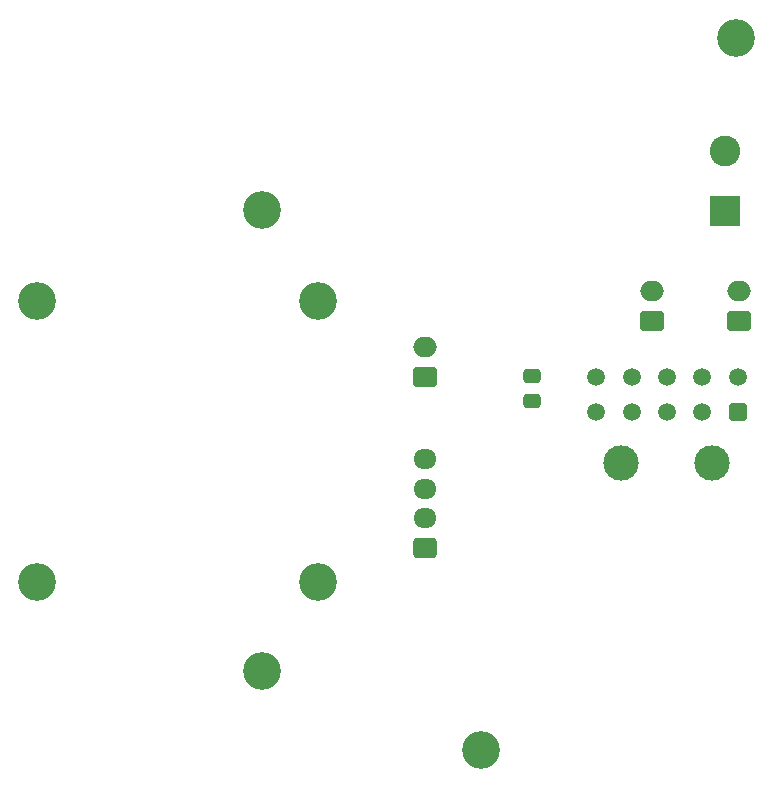
<source format=gts>
G04 #@! TF.GenerationSoftware,KiCad,Pcbnew,7.0.1*
G04 #@! TF.CreationDate,2023-09-20T22:51:37-04:00*
G04 #@! TF.ProjectId,kirigami_pcb,6b697269-6761-46d6-995f-7063622e6b69,rev?*
G04 #@! TF.SameCoordinates,Original*
G04 #@! TF.FileFunction,Soldermask,Top*
G04 #@! TF.FilePolarity,Negative*
%FSLAX46Y46*%
G04 Gerber Fmt 4.6, Leading zero omitted, Abs format (unit mm)*
G04 Created by KiCad (PCBNEW 7.0.1) date 2023-09-20 22:51:37*
%MOMM*%
%LPD*%
G01*
G04 APERTURE LIST*
G04 Aperture macros list*
%AMRoundRect*
0 Rectangle with rounded corners*
0 $1 Rounding radius*
0 $2 $3 $4 $5 $6 $7 $8 $9 X,Y pos of 4 corners*
0 Add a 4 corners polygon primitive as box body*
4,1,4,$2,$3,$4,$5,$6,$7,$8,$9,$2,$3,0*
0 Add four circle primitives for the rounded corners*
1,1,$1+$1,$2,$3*
1,1,$1+$1,$4,$5*
1,1,$1+$1,$6,$7*
1,1,$1+$1,$8,$9*
0 Add four rect primitives between the rounded corners*
20,1,$1+$1,$2,$3,$4,$5,0*
20,1,$1+$1,$4,$5,$6,$7,0*
20,1,$1+$1,$6,$7,$8,$9,0*
20,1,$1+$1,$8,$9,$2,$3,0*%
G04 Aperture macros list end*
%ADD10C,3.200000*%
%ADD11RoundRect,0.250000X0.750000X-0.600000X0.750000X0.600000X-0.750000X0.600000X-0.750000X-0.600000X0*%
%ADD12O,2.000000X1.700000*%
%ADD13RoundRect,0.250000X0.725000X-0.600000X0.725000X0.600000X-0.725000X0.600000X-0.725000X-0.600000X0*%
%ADD14O,1.950000X1.700000*%
%ADD15R,2.600000X2.600000*%
%ADD16C,2.600000*%
%ADD17RoundRect,0.250000X0.475000X-0.337500X0.475000X0.337500X-0.475000X0.337500X-0.475000X-0.337500X0*%
%ADD18C,3.000000*%
%ADD19RoundRect,0.250001X0.499999X0.499999X-0.499999X0.499999X-0.499999X-0.499999X0.499999X-0.499999X0*%
%ADD20C,1.500000*%
G04 APERTURE END LIST*
D10*
X168690000Y-52600000D03*
X227880000Y-30310000D03*
D11*
X201500000Y-59000000D03*
D12*
X201500000Y-56500000D03*
D11*
X220700000Y-54250000D03*
D12*
X220700000Y-51750000D03*
D13*
X201500000Y-73500000D03*
D14*
X201500000Y-71000000D03*
X201500000Y-68500000D03*
X201500000Y-66000000D03*
D11*
X228075000Y-54250000D03*
D12*
X228075000Y-51750000D03*
D10*
X187720000Y-83900000D03*
X192490000Y-76400000D03*
D15*
X226900000Y-45000000D03*
D16*
X226900000Y-39920000D03*
D17*
X210566000Y-61027500D03*
X210566000Y-58952500D03*
D10*
X187710000Y-44920000D03*
X192490000Y-52600000D03*
X168690000Y-76400000D03*
X206250000Y-90640000D03*
D18*
X225840000Y-66320000D03*
X218140000Y-66320000D03*
D19*
X228000000Y-62000000D03*
D20*
X225000000Y-62000000D03*
X222000000Y-62000000D03*
X219000000Y-62000000D03*
X216000000Y-62000000D03*
X228000000Y-59000000D03*
X225000000Y-59000000D03*
X222000000Y-59000000D03*
X219000000Y-59000000D03*
X216000000Y-59000000D03*
M02*

</source>
